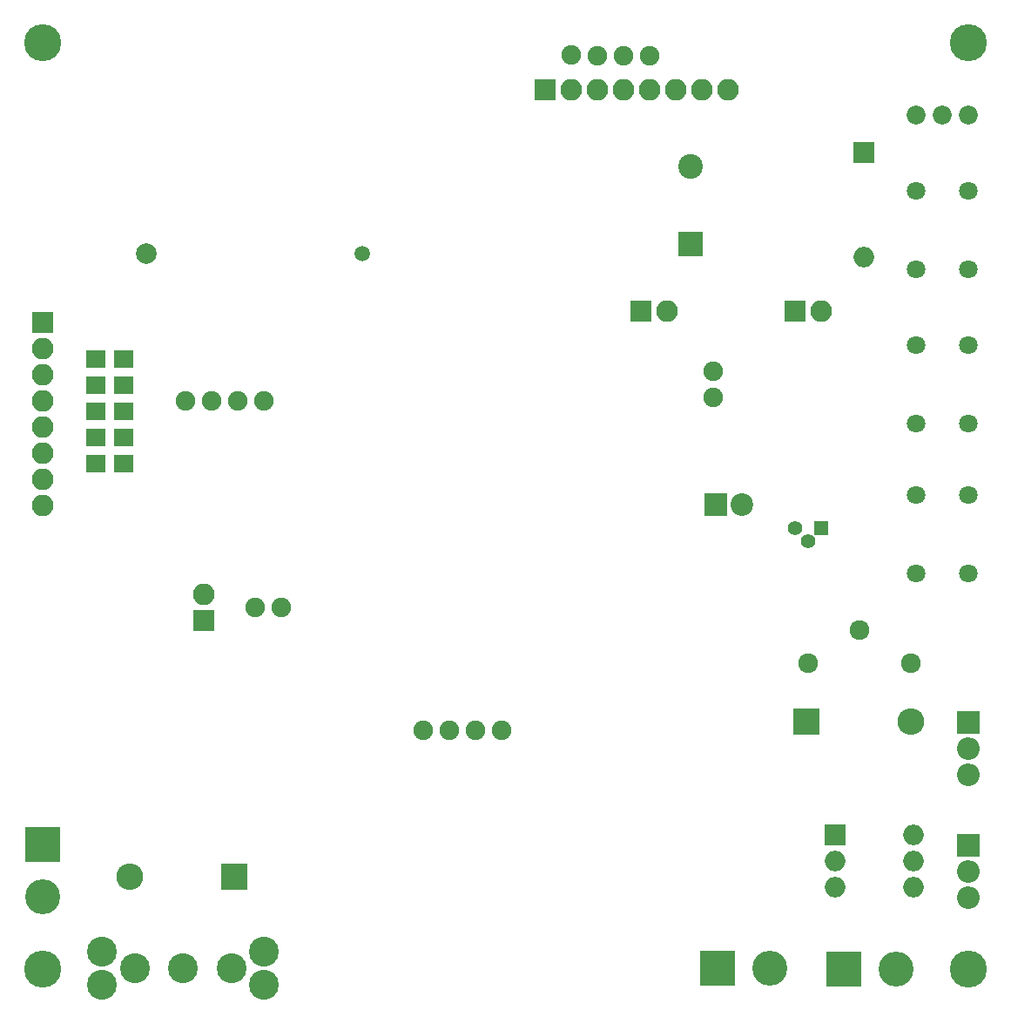
<source format=gbr>
G04 #@! TF.FileFunction,Soldermask,Bot*
%FSLAX46Y46*%
G04 Gerber Fmt 4.6, Leading zero omitted, Abs format (unit mm)*
G04 Created by KiCad (PCBNEW 4.0.7-e2-6376~58~ubuntu16.04.1) date Sun Nov 18 23:22:19 2018*
%MOMM*%
%LPD*%
G01*
G04 APERTURE LIST*
%ADD10C,0.100000*%
%ADD11R,2.100000X2.100000*%
%ADD12O,2.100000X2.100000*%
%ADD13C,1.797000*%
%ADD14C,1.840000*%
%ADD15C,3.600000*%
%ADD16C,1.924000*%
%ADD17R,2.400000X2.400000*%
%ADD18C,2.400000*%
%ADD19R,2.600000X2.600000*%
%ADD20O,2.600000X2.600000*%
%ADD21R,2.000000X2.000000*%
%ADD22O,2.000000X2.000000*%
%ADD23C,2.000000*%
%ADD24C,1.500000*%
%ADD25R,3.400000X3.400000*%
%ADD26C,3.400000*%
%ADD27C,1.400000*%
%ADD28R,1.400000X1.400000*%
%ADD29R,2.200000X2.200000*%
%ADD30O,2.200000X2.200000*%
%ADD31R,1.900000X1.700000*%
%ADD32C,2.900000*%
%ADD33C,1.900000*%
%ADD34C,2.200000*%
G04 APERTURE END LIST*
D10*
D11*
X153840380Y-59583420D03*
D12*
X156380380Y-59583420D03*
X158920380Y-59583420D03*
X161460380Y-59583420D03*
X164000380Y-59583420D03*
X166540380Y-59583420D03*
X169080380Y-59583420D03*
X171620380Y-59583420D03*
D13*
X189919880Y-84379420D03*
X194999880Y-84379420D03*
X189919880Y-91999420D03*
X194999880Y-91999420D03*
D14*
X194999880Y-61999420D03*
X192459880Y-61999420D03*
X189919880Y-61999420D03*
D15*
X194999880Y-54999420D03*
X104992380Y-54999420D03*
D16*
X184388960Y-112067640D03*
X179388960Y-115267640D03*
X189388960Y-115267640D03*
D15*
X194992380Y-145007420D03*
D17*
X168000000Y-74599800D03*
D18*
X168000000Y-66999800D03*
D19*
X123614380Y-136037420D03*
D20*
X113454380Y-136037420D03*
D21*
X184836000Y-65671420D03*
D22*
X184836000Y-75831420D03*
D19*
X179240380Y-120987920D03*
D20*
X189400380Y-120987920D03*
D23*
X115071880Y-75503420D03*
D24*
X136071880Y-75503420D03*
D25*
X104992380Y-132927420D03*
D26*
X104992380Y-138007420D03*
D11*
X104999880Y-82219420D03*
D12*
X104999880Y-84759420D03*
X104999880Y-87299420D03*
X104999880Y-89839420D03*
X104999880Y-92379420D03*
X104999880Y-94919420D03*
X104999880Y-97459420D03*
X104999880Y-99999420D03*
D25*
X182912380Y-145007420D03*
D26*
X187992380Y-145007420D03*
D11*
X120700780Y-111137800D03*
D12*
X120700780Y-108597800D03*
D11*
X163152020Y-81066740D03*
D12*
X165692020Y-81066740D03*
D11*
X178188820Y-81066740D03*
D12*
X180728820Y-81066740D03*
D27*
X179463900Y-103393340D03*
X178193900Y-102123340D03*
D28*
X180733900Y-102123340D03*
D29*
X194992380Y-133007420D03*
D30*
X194992380Y-135547420D03*
X194992380Y-138087420D03*
D29*
X194992380Y-121007420D03*
D30*
X194992380Y-123547420D03*
X194992380Y-126087420D03*
D31*
X110206880Y-85737420D03*
X112906880Y-85737420D03*
X110206880Y-88277420D03*
X112906880Y-88277420D03*
X110206880Y-90817420D03*
X112906880Y-90817420D03*
X110206880Y-93357420D03*
X112906880Y-93357420D03*
X110206880Y-95897420D03*
X112906880Y-95897420D03*
D32*
X123360380Y-144927420D03*
X118661380Y-144927420D03*
X113962380Y-144927420D03*
X110787380Y-146514920D03*
X126535380Y-146514920D03*
X110787380Y-143339920D03*
X126535380Y-143339920D03*
D13*
X189919880Y-98942858D03*
X194999880Y-98942858D03*
X189919880Y-106562858D03*
X194999880Y-106562858D03*
X189919880Y-69379420D03*
X194999880Y-69379420D03*
X189919880Y-76999420D03*
X194999880Y-76999420D03*
D33*
X128194000Y-109893420D03*
X125654000Y-109893420D03*
X170218300Y-89483360D03*
X118915380Y-89809420D03*
X123995380Y-89809420D03*
X126535380Y-89809420D03*
X121455380Y-89809420D03*
X164000380Y-56230620D03*
X156380380Y-56223000D03*
X158920380Y-56230620D03*
X161460380Y-56230620D03*
X144569380Y-121813420D03*
X142029380Y-121813420D03*
X147109380Y-121813420D03*
X149649380Y-121813420D03*
D21*
X182034380Y-131973420D03*
D22*
X189654380Y-137053420D03*
X182034380Y-134513420D03*
X189654380Y-134513420D03*
X182034380Y-137053420D03*
X189654380Y-131973420D03*
D15*
X104992380Y-145007420D03*
D25*
X170590380Y-144893420D03*
D26*
X175670380Y-144893420D03*
D29*
X170484880Y-99834420D03*
D34*
X173024880Y-99834420D03*
D33*
X170218300Y-86943360D03*
M02*

</source>
